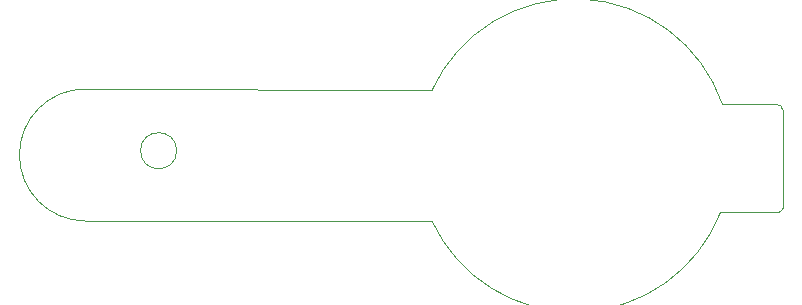
<source format=gm1>
%TF.GenerationSoftware,KiCad,Pcbnew,9.0.0*%
%TF.CreationDate,2025-12-23T19:14:58-06:00*%
%TF.ProjectId,Project 1 LED Torch,50726f6a-6563-4742-9031-204c45442054,1*%
%TF.SameCoordinates,Original*%
%TF.FileFunction,Profile,NP*%
%FSLAX46Y46*%
G04 Gerber Fmt 4.6, Leading zero omitted, Abs format (unit mm)*
G04 Created by KiCad (PCBNEW 9.0.0) date 2025-12-23 19:14:58*
%MOMM*%
%LPD*%
G01*
G04 APERTURE LIST*
%TA.AperFunction,Profile*%
%ADD10C,0.050000*%
%TD*%
G04 APERTURE END LIST*
D10*
X109174483Y-138023600D02*
G75*
G02*
X106115917Y-138023600I-1529283J0D01*
G01*
X106115917Y-138023600D02*
G75*
G02*
X109174483Y-138023600I1529283J0D01*
G01*
X155239101Y-143205195D02*
G75*
G02*
X130784600Y-143967200I-12389501J4825995D01*
G01*
X160477200Y-142900400D02*
G75*
G02*
X160172400Y-143205200I-304800J0D01*
G01*
X160477200Y-134573595D02*
X160477200Y-142900400D01*
X155239101Y-143205195D02*
X160172400Y-143205200D01*
X155390520Y-134109182D02*
X160020000Y-134109179D01*
X160017179Y-134109179D02*
G75*
G02*
X160477200Y-134569200I0J-460021D01*
G01*
X130784600Y-132918200D02*
G75*
G02*
X155390520Y-134109179I12065000J-5511800D01*
G01*
X101447600Y-143967200D02*
X130784600Y-143967200D01*
X101447600Y-132791200D02*
X130784600Y-132918200D01*
X101447600Y-143967200D02*
G75*
G02*
X101447600Y-132791200I0J5588000D01*
G01*
M02*

</source>
